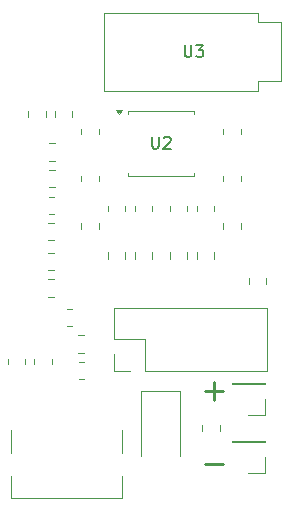
<source format=gbr>
%TF.GenerationSoftware,KiCad,Pcbnew,9.0.4*%
%TF.CreationDate,2025-09-28T00:51:42+02:00*%
%TF.ProjectId,BTM308-host-bottom,42544d33-3038-42d6-986f-73742d626f74,rev?*%
%TF.SameCoordinates,Original*%
%TF.FileFunction,Legend,Top*%
%TF.FilePolarity,Positive*%
%FSLAX46Y46*%
G04 Gerber Fmt 4.6, Leading zero omitted, Abs format (unit mm)*
G04 Created by KiCad (PCBNEW 9.0.4) date 2025-09-28 00:51:42*
%MOMM*%
%LPD*%
G01*
G04 APERTURE LIST*
%ADD10C,0.250000*%
%ADD11C,0.150000*%
%ADD12C,0.120000*%
G04 APERTURE END LIST*
D10*
X163259336Y-88219666D02*
X161735527Y-88219666D01*
X162497431Y-87457761D02*
X162497431Y-88981571D01*
X163259336Y-94419666D02*
X161735527Y-94419666D01*
D11*
X157238095Y-66704819D02*
X157238095Y-67514342D01*
X157238095Y-67514342D02*
X157285714Y-67609580D01*
X157285714Y-67609580D02*
X157333333Y-67657200D01*
X157333333Y-67657200D02*
X157428571Y-67704819D01*
X157428571Y-67704819D02*
X157619047Y-67704819D01*
X157619047Y-67704819D02*
X157714285Y-67657200D01*
X157714285Y-67657200D02*
X157761904Y-67609580D01*
X157761904Y-67609580D02*
X157809523Y-67514342D01*
X157809523Y-67514342D02*
X157809523Y-66704819D01*
X158238095Y-66800057D02*
X158285714Y-66752438D01*
X158285714Y-66752438D02*
X158380952Y-66704819D01*
X158380952Y-66704819D02*
X158619047Y-66704819D01*
X158619047Y-66704819D02*
X158714285Y-66752438D01*
X158714285Y-66752438D02*
X158761904Y-66800057D01*
X158761904Y-66800057D02*
X158809523Y-66895295D01*
X158809523Y-66895295D02*
X158809523Y-66990533D01*
X158809523Y-66990533D02*
X158761904Y-67133390D01*
X158761904Y-67133390D02*
X158190476Y-67704819D01*
X158190476Y-67704819D02*
X158809523Y-67704819D01*
X160000595Y-58954819D02*
X160000595Y-59764342D01*
X160000595Y-59764342D02*
X160048214Y-59859580D01*
X160048214Y-59859580D02*
X160095833Y-59907200D01*
X160095833Y-59907200D02*
X160191071Y-59954819D01*
X160191071Y-59954819D02*
X160381547Y-59954819D01*
X160381547Y-59954819D02*
X160476785Y-59907200D01*
X160476785Y-59907200D02*
X160524404Y-59859580D01*
X160524404Y-59859580D02*
X160572023Y-59764342D01*
X160572023Y-59764342D02*
X160572023Y-58954819D01*
X160952976Y-58954819D02*
X161572023Y-58954819D01*
X161572023Y-58954819D02*
X161238690Y-59335771D01*
X161238690Y-59335771D02*
X161381547Y-59335771D01*
X161381547Y-59335771D02*
X161476785Y-59383390D01*
X161476785Y-59383390D02*
X161524404Y-59431009D01*
X161524404Y-59431009D02*
X161572023Y-59526247D01*
X161572023Y-59526247D02*
X161572023Y-59764342D01*
X161572023Y-59764342D02*
X161524404Y-59859580D01*
X161524404Y-59859580D02*
X161476785Y-59907200D01*
X161476785Y-59907200D02*
X161381547Y-59954819D01*
X161381547Y-59954819D02*
X161095833Y-59954819D01*
X161095833Y-59954819D02*
X161000595Y-59907200D01*
X161000595Y-59907200D02*
X160952976Y-59859580D01*
D12*
%TO.C,J1*%
X154040000Y-81207500D02*
X166960000Y-81207500D01*
X154040000Y-83857500D02*
X154040000Y-81207500D01*
X154040000Y-86507500D02*
X154040000Y-85127500D01*
X155420000Y-86507500D02*
X154040000Y-86507500D01*
X156690000Y-83857500D02*
X154040000Y-83857500D01*
X156690000Y-86507500D02*
X156690000Y-83857500D01*
X156690000Y-86507500D02*
X166960000Y-86507500D01*
X166960000Y-86507500D02*
X166960000Y-81207500D01*
%TO.C,C5*%
X148488748Y-69515000D02*
X149011252Y-69515000D01*
X148488748Y-70985000D02*
X149011252Y-70985000D01*
%TO.C,R20*%
X151265000Y-66477064D02*
X151265000Y-66022936D01*
X152735000Y-66477064D02*
X152735000Y-66022936D01*
%TO.C,R16*%
X151477064Y-85765000D02*
X151022936Y-85765000D01*
X151477064Y-87235000D02*
X151022936Y-87235000D01*
%TO.C,R19*%
X163265000Y-66477064D02*
X163265000Y-66022936D01*
X164735000Y-66477064D02*
X164735000Y-66022936D01*
%TO.C,C4*%
X148451248Y-76515000D02*
X148973752Y-76515000D01*
X148451248Y-77985000D02*
X148973752Y-77985000D01*
%TO.C,R17*%
X145015000Y-85964564D02*
X145015000Y-85510436D01*
X146485000Y-85964564D02*
X146485000Y-85510436D01*
%TO.C,C3*%
X148451248Y-78765000D02*
X148973752Y-78765000D01*
X148451248Y-80235000D02*
X148973752Y-80235000D01*
%TO.C,C12*%
X150988748Y-83515000D02*
X151511252Y-83515000D01*
X150988748Y-84985000D02*
X151511252Y-84985000D01*
%TO.C,D3*%
X156350000Y-88227500D02*
X156350000Y-93737500D01*
X159650000Y-88227500D02*
X156350000Y-88227500D01*
X159650000Y-88227500D02*
X159650000Y-93737500D01*
%TO.C,U2*%
X155240000Y-64490000D02*
X155240000Y-64760000D01*
X155240000Y-70010000D02*
X155240000Y-69740000D01*
X158000000Y-64490000D02*
X155240000Y-64490000D01*
X158000000Y-64490000D02*
X160760000Y-64490000D01*
X158000000Y-70010000D02*
X155240000Y-70010000D01*
X158000000Y-70010000D02*
X160760000Y-70010000D01*
X160760000Y-64490000D02*
X160760000Y-64760000D01*
X160760000Y-70010000D02*
X160760000Y-69740000D01*
X154475000Y-64760000D02*
X154235000Y-64430000D01*
X154715000Y-64430000D01*
X154475000Y-64760000D01*
G36*
X154475000Y-64760000D02*
G01*
X154235000Y-64430000D01*
X154715000Y-64430000D01*
X154475000Y-64760000D01*
G37*
%TO.C,R9*%
X153515000Y-72522936D02*
X153515000Y-72977064D01*
X154985000Y-72522936D02*
X154985000Y-72977064D01*
%TO.C,R6*%
X151265000Y-74477064D02*
X151265000Y-74022936D01*
X152735000Y-74477064D02*
X152735000Y-74022936D01*
%TO.C,R7*%
X155765000Y-72977064D02*
X155765000Y-72522936D01*
X157235000Y-72977064D02*
X157235000Y-72522936D01*
%TO.C,R13*%
X161015000Y-72522936D02*
X161015000Y-72977064D01*
X162485000Y-72522936D02*
X162485000Y-72977064D01*
%TO.C,J4*%
X164020000Y-92530000D02*
X164020000Y-92420000D01*
X166780000Y-92420000D02*
X164020000Y-92420000D01*
X166780000Y-92530000D02*
X164020000Y-92530000D01*
X166780000Y-92530000D02*
X166780000Y-92420000D01*
X166780000Y-93800000D02*
X166780000Y-95180000D01*
X166780000Y-95180000D02*
X165400000Y-95180000D01*
%TO.C,R10*%
X163265000Y-74477064D02*
X163265000Y-74022936D01*
X164735000Y-74477064D02*
X164735000Y-74022936D01*
%TO.C,J3*%
X164020000Y-87630000D02*
X164020000Y-87520000D01*
X166780000Y-87520000D02*
X164020000Y-87520000D01*
X166780000Y-87630000D02*
X164020000Y-87630000D01*
X166780000Y-87630000D02*
X166780000Y-87520000D01*
X166780000Y-88900000D02*
X166780000Y-90280000D01*
X166780000Y-90280000D02*
X165400000Y-90280000D01*
%TO.C,C8*%
X155765000Y-77011252D02*
X155765000Y-76488748D01*
X157235000Y-77011252D02*
X157235000Y-76488748D01*
%TO.C,U3*%
X153200000Y-62800000D02*
X153200000Y-56200000D01*
X166200000Y-56200000D02*
X153200000Y-56200000D01*
X166200000Y-57000000D02*
X166200000Y-56200000D01*
X166200000Y-62000000D02*
X166200000Y-62800000D01*
X166200000Y-62800000D02*
X153200000Y-62800000D01*
X168200000Y-57000000D02*
X166200000Y-57000000D01*
X168200000Y-61700000D02*
X168200000Y-57000000D01*
X168200000Y-61700000D02*
X168200000Y-62000000D01*
X168200000Y-62000000D02*
X166200000Y-62000000D01*
%TO.C,C6*%
X161015000Y-77011252D02*
X161015000Y-76488748D01*
X162485000Y-77011252D02*
X162485000Y-76488748D01*
%TO.C,C10*%
X148488748Y-67265000D02*
X149011252Y-67265000D01*
X148488748Y-68735000D02*
X149011252Y-68735000D01*
%TO.C,R11*%
X158765000Y-72977064D02*
X158765000Y-72522936D01*
X160235000Y-72977064D02*
X160235000Y-72522936D01*
%TO.C,R15*%
X148522936Y-71765000D02*
X148977064Y-71765000D01*
X148522936Y-73235000D02*
X148977064Y-73235000D01*
%TO.C,C11*%
X146765000Y-65011252D02*
X146765000Y-64488748D01*
X148235000Y-65011252D02*
X148235000Y-64488748D01*
%TO.C,C1*%
X161515000Y-91088748D02*
X161515000Y-91611252D01*
X162985000Y-91088748D02*
X162985000Y-91611252D01*
%TO.C,C7*%
X153515000Y-77011252D02*
X153515000Y-76488748D01*
X154985000Y-77011252D02*
X154985000Y-76488748D01*
%TO.C,C13*%
X148973752Y-74015000D02*
X148451248Y-74015000D01*
X148973752Y-75485000D02*
X148451248Y-75485000D01*
%TO.C,R8*%
X151265000Y-70477064D02*
X151265000Y-70022936D01*
X152735000Y-70477064D02*
X152735000Y-70022936D01*
%TO.C,R12*%
X163265000Y-70477064D02*
X163265000Y-70022936D01*
X164735000Y-70477064D02*
X164735000Y-70022936D01*
%TO.C,R14*%
X150022936Y-81265000D02*
X150477064Y-81265000D01*
X150022936Y-82735000D02*
X150477064Y-82735000D01*
%TO.C,C9*%
X158765000Y-77011252D02*
X158765000Y-76488748D01*
X160235000Y-77011252D02*
X160235000Y-76488748D01*
%TO.C,R18*%
X147265000Y-85964564D02*
X147265000Y-85510436D01*
X148735000Y-85964564D02*
X148735000Y-85510436D01*
%TO.C,R21*%
X165465000Y-79127064D02*
X165465000Y-78672936D01*
X166935000Y-79127064D02*
X166935000Y-78672936D01*
%TO.C,J2*%
X145300000Y-91497500D02*
X145300000Y-93497500D01*
X145300000Y-95397500D02*
X145300000Y-97297500D01*
X145300000Y-97297500D02*
X154700000Y-97297500D01*
X154700000Y-91497500D02*
X154700000Y-93497500D01*
X154700000Y-95397500D02*
X154700000Y-97297500D01*
%TO.C,C2*%
X149015000Y-65048752D02*
X149015000Y-64526248D01*
X150485000Y-65048752D02*
X150485000Y-64526248D01*
%TD*%
M02*

</source>
